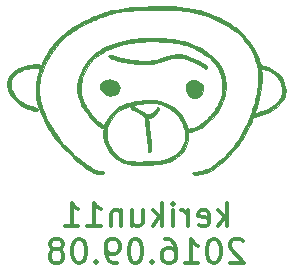
<source format=gbo>
G04 #@! TF.FileFunction,Legend,Bot*
%FSLAX46Y46*%
G04 Gerber Fmt 4.6, Leading zero omitted, Abs format (unit mm)*
G04 Created by KiCad (PCBNEW 4.0.1-stable) date 2016/09/09 20:04:21*
%MOMM*%
G01*
G04 APERTURE LIST*
%ADD10C,0.100000*%
%ADD11C,0.300000*%
%ADD12C,0.010000*%
G04 APERTURE END LIST*
D10*
D11*
X149809525Y-117404762D02*
X149809525Y-115404762D01*
X149619048Y-116642857D02*
X149047620Y-117404762D01*
X149047620Y-116071429D02*
X149809525Y-116833333D01*
X147428572Y-117309524D02*
X147619048Y-117404762D01*
X148000000Y-117404762D01*
X148190477Y-117309524D01*
X148285715Y-117119048D01*
X148285715Y-116357143D01*
X148190477Y-116166667D01*
X148000000Y-116071429D01*
X147619048Y-116071429D01*
X147428572Y-116166667D01*
X147333334Y-116357143D01*
X147333334Y-116547619D01*
X148285715Y-116738095D01*
X146476191Y-117404762D02*
X146476191Y-116071429D01*
X146476191Y-116452381D02*
X146380952Y-116261905D01*
X146285714Y-116166667D01*
X146095238Y-116071429D01*
X145904762Y-116071429D01*
X145238096Y-117404762D02*
X145238096Y-116071429D01*
X145238096Y-115404762D02*
X145333334Y-115500000D01*
X145238096Y-115595238D01*
X145142857Y-115500000D01*
X145238096Y-115404762D01*
X145238096Y-115595238D01*
X144285715Y-117404762D02*
X144285715Y-115404762D01*
X144095238Y-116642857D02*
X143523810Y-117404762D01*
X143523810Y-116071429D02*
X144285715Y-116833333D01*
X141809524Y-116071429D02*
X141809524Y-117404762D01*
X142666667Y-116071429D02*
X142666667Y-117119048D01*
X142571428Y-117309524D01*
X142380952Y-117404762D01*
X142095238Y-117404762D01*
X141904762Y-117309524D01*
X141809524Y-117214286D01*
X140857143Y-116071429D02*
X140857143Y-117404762D01*
X140857143Y-116261905D02*
X140761904Y-116166667D01*
X140571428Y-116071429D01*
X140285714Y-116071429D01*
X140095238Y-116166667D01*
X140000000Y-116357143D01*
X140000000Y-117404762D01*
X137999999Y-117404762D02*
X139142857Y-117404762D01*
X138571428Y-117404762D02*
X138571428Y-115404762D01*
X138761904Y-115690476D01*
X138952380Y-115880952D01*
X139142857Y-115976190D01*
X136095237Y-117404762D02*
X137238095Y-117404762D01*
X136666666Y-117404762D02*
X136666666Y-115404762D01*
X136857142Y-115690476D01*
X137047618Y-115880952D01*
X137238095Y-115976190D01*
X151190477Y-118695238D02*
X151095239Y-118600000D01*
X150904762Y-118504762D01*
X150428572Y-118504762D01*
X150238096Y-118600000D01*
X150142858Y-118695238D01*
X150047619Y-118885714D01*
X150047619Y-119076190D01*
X150142858Y-119361905D01*
X151285715Y-120504762D01*
X150047619Y-120504762D01*
X148809524Y-118504762D02*
X148619048Y-118504762D01*
X148428572Y-118600000D01*
X148333334Y-118695238D01*
X148238096Y-118885714D01*
X148142857Y-119266667D01*
X148142857Y-119742857D01*
X148238096Y-120123810D01*
X148333334Y-120314286D01*
X148428572Y-120409524D01*
X148619048Y-120504762D01*
X148809524Y-120504762D01*
X149000000Y-120409524D01*
X149095238Y-120314286D01*
X149190477Y-120123810D01*
X149285715Y-119742857D01*
X149285715Y-119266667D01*
X149190477Y-118885714D01*
X149095238Y-118695238D01*
X149000000Y-118600000D01*
X148809524Y-118504762D01*
X146238095Y-120504762D02*
X147380953Y-120504762D01*
X146809524Y-120504762D02*
X146809524Y-118504762D01*
X147000000Y-118790476D01*
X147190476Y-118980952D01*
X147380953Y-119076190D01*
X144523810Y-118504762D02*
X144904762Y-118504762D01*
X145095238Y-118600000D01*
X145190476Y-118695238D01*
X145380953Y-118980952D01*
X145476191Y-119361905D01*
X145476191Y-120123810D01*
X145380953Y-120314286D01*
X145285714Y-120409524D01*
X145095238Y-120504762D01*
X144714286Y-120504762D01*
X144523810Y-120409524D01*
X144428572Y-120314286D01*
X144333333Y-120123810D01*
X144333333Y-119647619D01*
X144428572Y-119457143D01*
X144523810Y-119361905D01*
X144714286Y-119266667D01*
X145095238Y-119266667D01*
X145285714Y-119361905D01*
X145380953Y-119457143D01*
X145476191Y-119647619D01*
X143476191Y-120314286D02*
X143380952Y-120409524D01*
X143476191Y-120504762D01*
X143571429Y-120409524D01*
X143476191Y-120314286D01*
X143476191Y-120504762D01*
X142142857Y-118504762D02*
X141952381Y-118504762D01*
X141761905Y-118600000D01*
X141666667Y-118695238D01*
X141571429Y-118885714D01*
X141476190Y-119266667D01*
X141476190Y-119742857D01*
X141571429Y-120123810D01*
X141666667Y-120314286D01*
X141761905Y-120409524D01*
X141952381Y-120504762D01*
X142142857Y-120504762D01*
X142333333Y-120409524D01*
X142428571Y-120314286D01*
X142523810Y-120123810D01*
X142619048Y-119742857D01*
X142619048Y-119266667D01*
X142523810Y-118885714D01*
X142428571Y-118695238D01*
X142333333Y-118600000D01*
X142142857Y-118504762D01*
X140523809Y-120504762D02*
X140142857Y-120504762D01*
X139952381Y-120409524D01*
X139857143Y-120314286D01*
X139666667Y-120028571D01*
X139571428Y-119647619D01*
X139571428Y-118885714D01*
X139666667Y-118695238D01*
X139761905Y-118600000D01*
X139952381Y-118504762D01*
X140333333Y-118504762D01*
X140523809Y-118600000D01*
X140619048Y-118695238D01*
X140714286Y-118885714D01*
X140714286Y-119361905D01*
X140619048Y-119552381D01*
X140523809Y-119647619D01*
X140333333Y-119742857D01*
X139952381Y-119742857D01*
X139761905Y-119647619D01*
X139666667Y-119552381D01*
X139571428Y-119361905D01*
X138714286Y-120314286D02*
X138619047Y-120409524D01*
X138714286Y-120504762D01*
X138809524Y-120409524D01*
X138714286Y-120314286D01*
X138714286Y-120504762D01*
X137380952Y-118504762D02*
X137190476Y-118504762D01*
X137000000Y-118600000D01*
X136904762Y-118695238D01*
X136809524Y-118885714D01*
X136714285Y-119266667D01*
X136714285Y-119742857D01*
X136809524Y-120123810D01*
X136904762Y-120314286D01*
X137000000Y-120409524D01*
X137190476Y-120504762D01*
X137380952Y-120504762D01*
X137571428Y-120409524D01*
X137666666Y-120314286D01*
X137761905Y-120123810D01*
X137857143Y-119742857D01*
X137857143Y-119266667D01*
X137761905Y-118885714D01*
X137666666Y-118695238D01*
X137571428Y-118600000D01*
X137380952Y-118504762D01*
X135571428Y-119361905D02*
X135761904Y-119266667D01*
X135857143Y-119171429D01*
X135952381Y-118980952D01*
X135952381Y-118885714D01*
X135857143Y-118695238D01*
X135761904Y-118600000D01*
X135571428Y-118504762D01*
X135190476Y-118504762D01*
X135000000Y-118600000D01*
X134904762Y-118695238D01*
X134809523Y-118885714D01*
X134809523Y-118980952D01*
X134904762Y-119171429D01*
X135000000Y-119266667D01*
X135190476Y-119361905D01*
X135571428Y-119361905D01*
X135761904Y-119457143D01*
X135857143Y-119552381D01*
X135952381Y-119742857D01*
X135952381Y-120123810D01*
X135857143Y-120314286D01*
X135761904Y-120409524D01*
X135571428Y-120504762D01*
X135190476Y-120504762D01*
X135000000Y-120409524D01*
X134904762Y-120314286D01*
X134809523Y-120123810D01*
X134809523Y-119742857D01*
X134904762Y-119552381D01*
X135000000Y-119457143D01*
X135190476Y-119361905D01*
D12*
G36*
X144024837Y-98784876D02*
X143359955Y-98797601D01*
X142755812Y-98818034D01*
X142205774Y-98846935D01*
X141703204Y-98885060D01*
X141241467Y-98933168D01*
X140813926Y-98992017D01*
X140413947Y-99062364D01*
X140034893Y-99144968D01*
X139670129Y-99240586D01*
X139444001Y-99308060D01*
X139282560Y-99360776D01*
X139124165Y-99416423D01*
X138994231Y-99465932D01*
X138952934Y-99483298D01*
X138856566Y-99524920D01*
X138715670Y-99584571D01*
X138548401Y-99654614D01*
X138372913Y-99727413D01*
X138354637Y-99734952D01*
X138123507Y-99836574D01*
X137851812Y-99966461D01*
X137555917Y-100116179D01*
X137252190Y-100277296D01*
X136956994Y-100441377D01*
X136751600Y-100560979D01*
X136620615Y-100646614D01*
X136454926Y-100766089D01*
X136269330Y-100907600D01*
X136078626Y-101059344D01*
X135897611Y-101209521D01*
X135741082Y-101346326D01*
X135623836Y-101457957D01*
X135613316Y-101468883D01*
X135437059Y-101659020D01*
X135272463Y-101847704D01*
X135111662Y-102045213D01*
X134946791Y-102261825D01*
X134769985Y-102507819D01*
X134573377Y-102793472D01*
X134389540Y-103068016D01*
X134343696Y-103153799D01*
X134294963Y-103269551D01*
X134274790Y-103326466D01*
X134223683Y-103464049D01*
X134160757Y-103610317D01*
X134136910Y-103660029D01*
X134088028Y-103752069D01*
X134055916Y-103791279D01*
X134029834Y-103786728D01*
X134011811Y-103765670D01*
X133937883Y-103717207D01*
X133810159Y-103690503D01*
X133638458Y-103684062D01*
X133432601Y-103696392D01*
X133202409Y-103725998D01*
X132957701Y-103771385D01*
X132708299Y-103831061D01*
X132464023Y-103903530D01*
X132234692Y-103987299D01*
X132068969Y-104061259D01*
X131915297Y-104157374D01*
X131748287Y-104295086D01*
X131586522Y-104456253D01*
X131448587Y-104622732D01*
X131370138Y-104743438D01*
X131248861Y-105015040D01*
X131191436Y-105281006D01*
X131196416Y-105553689D01*
X131247018Y-105794365D01*
X131293159Y-105943797D01*
X131341988Y-106067448D01*
X131402804Y-106180824D01*
X131484907Y-106299428D01*
X131597599Y-106438766D01*
X131714752Y-106574136D01*
X131911903Y-106783393D01*
X132107654Y-106956180D01*
X132324352Y-107113458D01*
X132500076Y-107228322D01*
X132649283Y-107317473D01*
X132791313Y-107390141D01*
X132945502Y-107455556D01*
X133131188Y-107522950D01*
X133301868Y-107580055D01*
X133460263Y-107630342D01*
X133569608Y-107659626D01*
X133644422Y-107670292D01*
X133699224Y-107664725D01*
X133735890Y-107651347D01*
X133802364Y-107604732D01*
X133817461Y-107535829D01*
X133815889Y-107518258D01*
X133793063Y-107449597D01*
X133731878Y-107409524D01*
X133686667Y-107395757D01*
X133269364Y-107272886D01*
X132908980Y-107133515D01*
X132595615Y-106972228D01*
X132319370Y-106783609D01*
X132070342Y-106562243D01*
X131970211Y-106456795D01*
X131795355Y-106254770D01*
X131666755Y-106080683D01*
X131577932Y-105919966D01*
X131522408Y-105758050D01*
X131493703Y-105580366D01*
X131485338Y-105372347D01*
X131485334Y-105366478D01*
X131489827Y-105218630D01*
X131508365Y-105105983D01*
X131548539Y-104996313D01*
X131594808Y-104901714D01*
X131702415Y-104734254D01*
X131845173Y-104569038D01*
X132003708Y-104425665D01*
X132158647Y-104323738D01*
X132173097Y-104316627D01*
X132367925Y-104227417D01*
X132519970Y-104165983D01*
X132645057Y-104126146D01*
X132687600Y-104115659D01*
X132956155Y-104058434D01*
X133179304Y-104020001D01*
X133375896Y-103997726D01*
X133564781Y-103988971D01*
X133595760Y-103988648D01*
X133737985Y-103984257D01*
X133859232Y-103974086D01*
X133939786Y-103960025D01*
X133955355Y-103954201D01*
X133976998Y-103950788D01*
X133981856Y-103977452D01*
X133968150Y-104042277D01*
X133934101Y-104153344D01*
X133877929Y-104318739D01*
X133870296Y-104340675D01*
X133720388Y-104861070D01*
X133635348Y-105379233D01*
X133615130Y-105900167D01*
X133659688Y-106428876D01*
X133768976Y-106970364D01*
X133843742Y-107234109D01*
X133978337Y-107634565D01*
X134131838Y-108019946D01*
X134310927Y-108404106D01*
X134522288Y-108800899D01*
X134772603Y-109224177D01*
X134907644Y-109439400D01*
X135108320Y-109747003D01*
X135294669Y-110015168D01*
X135478550Y-110258418D01*
X135671822Y-110491277D01*
X135886342Y-110728266D01*
X136133970Y-110983911D01*
X136317929Y-111166599D01*
X136670295Y-111506430D01*
X136988103Y-111799012D01*
X137278799Y-112050233D01*
X137549831Y-112265978D01*
X137808649Y-112452133D01*
X138062700Y-112614584D01*
X138319432Y-112759218D01*
X138360267Y-112780587D01*
X138594281Y-112890079D01*
X138809793Y-112968307D01*
X139000124Y-113014630D01*
X139158593Y-113028411D01*
X139278518Y-113009012D01*
X139353221Y-112955794D01*
X139376267Y-112877673D01*
X139369489Y-112819977D01*
X139340902Y-112781224D01*
X139278130Y-112755483D01*
X139168795Y-112736823D01*
X139057026Y-112724710D01*
X138880253Y-112695083D01*
X138697583Y-112637741D01*
X138498557Y-112547910D01*
X138272716Y-112420816D01*
X138009601Y-112251685D01*
X137986322Y-112235989D01*
X137764927Y-112081526D01*
X137554228Y-111923639D01*
X137343674Y-111753397D01*
X137122718Y-111561870D01*
X136880808Y-111340128D01*
X136607397Y-111079239D01*
X136523049Y-110997266D01*
X136230354Y-110702026D01*
X135963813Y-110410637D01*
X135714584Y-110111530D01*
X135473825Y-109793137D01*
X135232693Y-109443889D01*
X134982347Y-109052216D01*
X134775853Y-108711266D01*
X134650592Y-108482269D01*
X134520029Y-108211490D01*
X134389999Y-107913978D01*
X134266342Y-107604781D01*
X134154894Y-107298949D01*
X134061495Y-107011530D01*
X133991982Y-106757574D01*
X133961310Y-106611533D01*
X133898479Y-106076276D01*
X133896411Y-105549303D01*
X133955038Y-105040659D01*
X133972449Y-104949776D01*
X134008975Y-104805171D01*
X134067745Y-104613154D01*
X134143577Y-104388246D01*
X134231288Y-104144968D01*
X134325696Y-103897842D01*
X134421620Y-103661387D01*
X134483619Y-103517376D01*
X134638514Y-103211394D01*
X134839961Y-102881170D01*
X135077816Y-102539521D01*
X135341936Y-102199266D01*
X135622178Y-101873225D01*
X135908400Y-101574215D01*
X136190458Y-101315055D01*
X136292717Y-101231054D01*
X136440095Y-101115273D01*
X136576619Y-101009852D01*
X136689726Y-100924362D01*
X136766851Y-100868378D01*
X136782747Y-100857700D01*
X136918341Y-100775523D01*
X137098217Y-100673388D01*
X137309114Y-100558177D01*
X137537774Y-100436773D01*
X137770939Y-100316061D01*
X137995349Y-100202923D01*
X138197746Y-100104244D01*
X138364871Y-100026906D01*
X138461867Y-99985961D01*
X138624033Y-99921038D01*
X138779640Y-99855977D01*
X138907678Y-99799702D01*
X138969867Y-99770207D01*
X139084006Y-99720747D01*
X139248734Y-99660101D01*
X139448832Y-99593102D01*
X139669078Y-99524585D01*
X139894251Y-99459384D01*
X140109130Y-99402334D01*
X140191145Y-99382321D01*
X140593716Y-99300842D01*
X141060559Y-99231335D01*
X141589243Y-99173990D01*
X142177338Y-99129000D01*
X142822415Y-99096553D01*
X143522044Y-99076841D01*
X144168400Y-99070211D01*
X145489200Y-99066704D01*
X146405009Y-99204659D01*
X146843658Y-99275813D01*
X147225355Y-99349442D01*
X147560879Y-99428516D01*
X147861009Y-99516003D01*
X148136525Y-99614876D01*
X148398205Y-99728103D01*
X148520267Y-99787519D01*
X148687212Y-99869247D01*
X148870226Y-99955260D01*
X149035032Y-100029517D01*
X149065516Y-100042714D01*
X149229545Y-100119247D01*
X149408198Y-100212133D01*
X149556582Y-100297550D01*
X149693140Y-100381725D01*
X149859666Y-100483953D01*
X150028247Y-100587109D01*
X150095067Y-100627883D01*
X150331962Y-100777726D01*
X150529458Y-100917223D01*
X150705627Y-101061566D01*
X150878540Y-101225951D01*
X151066268Y-101425570D01*
X151134866Y-101502122D01*
X151378805Y-101787517D01*
X151583205Y-102053504D01*
X151758206Y-102316847D01*
X151913947Y-102594309D01*
X152060570Y-102902652D01*
X152208214Y-103258639D01*
X152227910Y-103309029D01*
X152303229Y-103507006D01*
X152354175Y-103652372D01*
X152383403Y-103754620D01*
X152393567Y-103823247D01*
X152387321Y-103867746D01*
X152385395Y-103872358D01*
X152372729Y-103953949D01*
X152403449Y-104018235D01*
X152434120Y-104099507D01*
X152456798Y-104237160D01*
X152471398Y-104420307D01*
X152477830Y-104638058D01*
X152476008Y-104879524D01*
X152465844Y-105133817D01*
X152447251Y-105390047D01*
X152420141Y-105637326D01*
X152416669Y-105663266D01*
X152387792Y-105861486D01*
X152357186Y-106048898D01*
X152327710Y-106209428D01*
X152302227Y-106327001D01*
X152291699Y-106365216D01*
X152256673Y-106495566D01*
X152224904Y-106647272D01*
X152212845Y-106720816D01*
X152190185Y-106829140D01*
X152148872Y-106980766D01*
X152094719Y-107155834D01*
X152033542Y-107334488D01*
X152031669Y-107339666D01*
X151962589Y-107533700D01*
X151891389Y-107739279D01*
X151826964Y-107930429D01*
X151782563Y-108067262D01*
X151736129Y-108195463D01*
X151664960Y-108367838D01*
X151576003Y-108568693D01*
X151476202Y-108782335D01*
X151374944Y-108988248D01*
X151170233Y-109382763D01*
X150979504Y-109726321D01*
X150794203Y-110031842D01*
X150605778Y-110312246D01*
X150405676Y-110580449D01*
X150185343Y-110849372D01*
X150009710Y-111050319D01*
X149737937Y-111342511D01*
X149471972Y-111601357D01*
X149192598Y-111844002D01*
X148880599Y-112087591D01*
X148695243Y-112223079D01*
X148516929Y-112347686D01*
X148358361Y-112448658D01*
X148207718Y-112530200D01*
X148053178Y-112596519D01*
X147882917Y-112651820D01*
X147685113Y-112700309D01*
X147447944Y-112746192D01*
X147159587Y-112793673D01*
X147039012Y-112812267D01*
X146936970Y-112848087D01*
X146886836Y-112909273D01*
X146894687Y-112984019D01*
X146927758Y-113028490D01*
X146996764Y-113070607D01*
X147086622Y-113095722D01*
X147167508Y-113097899D01*
X147202289Y-113083128D01*
X147239292Y-113071896D01*
X147329110Y-113051877D01*
X147457846Y-113026004D01*
X147596247Y-113000000D01*
X147964607Y-112916309D01*
X148273040Y-112809928D01*
X148526002Y-112679203D01*
X148604934Y-112625434D01*
X148879828Y-112422429D01*
X149108400Y-112250186D01*
X149299994Y-112100884D01*
X149463959Y-111966701D01*
X149609640Y-111839815D01*
X149746383Y-111712404D01*
X149883534Y-111576646D01*
X149993660Y-111463215D01*
X150269756Y-111166229D01*
X150512579Y-110883597D01*
X150731564Y-110601870D01*
X150936150Y-110307600D01*
X151135773Y-109987338D01*
X151339870Y-109627635D01*
X151520722Y-109287000D01*
X151628670Y-109075850D01*
X151733317Y-108865798D01*
X151827778Y-108671064D01*
X151905167Y-108505871D01*
X151958598Y-108384442D01*
X151963430Y-108372600D01*
X152028135Y-108226062D01*
X152079709Y-108139574D01*
X152116474Y-108115946D01*
X152116723Y-108116024D01*
X152241547Y-108125805D01*
X152394034Y-108089276D01*
X152487819Y-108048238D01*
X152593287Y-108003814D01*
X152735630Y-107955885D01*
X152885320Y-107914326D01*
X152895689Y-107911820D01*
X153209337Y-107809994D01*
X153522668Y-107658669D01*
X153823603Y-107467109D01*
X154100064Y-107244580D01*
X154339974Y-107000344D01*
X154531254Y-106743667D01*
X154615001Y-106593062D01*
X154715155Y-106347794D01*
X154765911Y-106116449D01*
X154768903Y-105977868D01*
X154486181Y-105977868D01*
X154455496Y-106249793D01*
X154383765Y-106468343D01*
X154251278Y-106689985D01*
X154063647Y-106910259D01*
X153833010Y-107119962D01*
X153571501Y-107309891D01*
X153291256Y-107470843D01*
X153004410Y-107593615D01*
X152830922Y-107645939D01*
X152683993Y-107685528D01*
X152550817Y-107726617D01*
X152453620Y-107762176D01*
X152432086Y-107772080D01*
X152319277Y-107822415D01*
X152224003Y-107851537D01*
X152163110Y-107855026D01*
X152150874Y-107845907D01*
X152156366Y-107803397D01*
X152180728Y-107717497D01*
X152213027Y-107622753D01*
X152260967Y-107490830D01*
X152319940Y-107328267D01*
X152377956Y-107168124D01*
X152383285Y-107153400D01*
X152429248Y-107014857D01*
X152463949Y-106888351D01*
X152481395Y-106796422D01*
X152482366Y-106780866D01*
X152493015Y-106687386D01*
X152518794Y-106567235D01*
X152534281Y-106511530D01*
X152560432Y-106417464D01*
X152585243Y-106309233D01*
X152610381Y-106177034D01*
X152637512Y-106011064D01*
X152668302Y-105801521D01*
X152704419Y-105538602D01*
X152721573Y-105409935D01*
X152748265Y-105195074D01*
X152764054Y-105024509D01*
X152769652Y-104875807D01*
X152765774Y-104726535D01*
X152753133Y-104554260D01*
X152749928Y-104518492D01*
X152737259Y-104360712D01*
X152729910Y-104228636D01*
X152728436Y-104136214D01*
X152733276Y-104097502D01*
X152775933Y-104093440D01*
X152865354Y-104105236D01*
X152983483Y-104129084D01*
X153112266Y-104161182D01*
X153233651Y-104197725D01*
X153270719Y-104210740D01*
X153545951Y-104344780D01*
X153805041Y-104532770D01*
X154036019Y-104762249D01*
X154226915Y-105020756D01*
X154365757Y-105295830D01*
X154396343Y-105382475D01*
X154466513Y-105684540D01*
X154486181Y-105977868D01*
X154768903Y-105977868D01*
X154771166Y-105873108D01*
X154750970Y-105689097D01*
X154666484Y-105328433D01*
X154527130Y-104989555D01*
X154358458Y-104714241D01*
X154189464Y-104518745D01*
X153979065Y-104330225D01*
X153742822Y-104158892D01*
X153496297Y-104014960D01*
X153255049Y-103908640D01*
X153044063Y-103851634D01*
X152920161Y-103831688D01*
X152828706Y-103812372D01*
X152760863Y-103784141D01*
X152707802Y-103737450D01*
X152660687Y-103662756D01*
X152610688Y-103550513D01*
X152548970Y-103391178D01*
X152501086Y-103264921D01*
X152346940Y-102880699D01*
X152194800Y-102547929D01*
X152035736Y-102251217D01*
X151860819Y-101975172D01*
X151661120Y-101704398D01*
X151443315Y-101441488D01*
X151150999Y-101119896D01*
X150884251Y-100860160D01*
X150642427Y-100661677D01*
X150530128Y-100584880D01*
X150421818Y-100516303D01*
X150275918Y-100423909D01*
X150112056Y-100320130D01*
X149959600Y-100223565D01*
X149801256Y-100125417D01*
X149646138Y-100033019D01*
X149512138Y-99956808D01*
X149417734Y-99907496D01*
X149043237Y-99731321D01*
X148719512Y-99582117D01*
X148436657Y-99456743D01*
X148184770Y-99352059D01*
X147953950Y-99264926D01*
X147734296Y-99192202D01*
X147515905Y-99130749D01*
X147288878Y-99077427D01*
X147043311Y-99029094D01*
X146769304Y-98982613D01*
X146456956Y-98934842D01*
X146260037Y-98906130D01*
X145303674Y-98768149D01*
X144024837Y-98784876D01*
X144024837Y-98784876D01*
G37*
X144024837Y-98784876D02*
X143359955Y-98797601D01*
X142755812Y-98818034D01*
X142205774Y-98846935D01*
X141703204Y-98885060D01*
X141241467Y-98933168D01*
X140813926Y-98992017D01*
X140413947Y-99062364D01*
X140034893Y-99144968D01*
X139670129Y-99240586D01*
X139444001Y-99308060D01*
X139282560Y-99360776D01*
X139124165Y-99416423D01*
X138994231Y-99465932D01*
X138952934Y-99483298D01*
X138856566Y-99524920D01*
X138715670Y-99584571D01*
X138548401Y-99654614D01*
X138372913Y-99727413D01*
X138354637Y-99734952D01*
X138123507Y-99836574D01*
X137851812Y-99966461D01*
X137555917Y-100116179D01*
X137252190Y-100277296D01*
X136956994Y-100441377D01*
X136751600Y-100560979D01*
X136620615Y-100646614D01*
X136454926Y-100766089D01*
X136269330Y-100907600D01*
X136078626Y-101059344D01*
X135897611Y-101209521D01*
X135741082Y-101346326D01*
X135623836Y-101457957D01*
X135613316Y-101468883D01*
X135437059Y-101659020D01*
X135272463Y-101847704D01*
X135111662Y-102045213D01*
X134946791Y-102261825D01*
X134769985Y-102507819D01*
X134573377Y-102793472D01*
X134389540Y-103068016D01*
X134343696Y-103153799D01*
X134294963Y-103269551D01*
X134274790Y-103326466D01*
X134223683Y-103464049D01*
X134160757Y-103610317D01*
X134136910Y-103660029D01*
X134088028Y-103752069D01*
X134055916Y-103791279D01*
X134029834Y-103786728D01*
X134011811Y-103765670D01*
X133937883Y-103717207D01*
X133810159Y-103690503D01*
X133638458Y-103684062D01*
X133432601Y-103696392D01*
X133202409Y-103725998D01*
X132957701Y-103771385D01*
X132708299Y-103831061D01*
X132464023Y-103903530D01*
X132234692Y-103987299D01*
X132068969Y-104061259D01*
X131915297Y-104157374D01*
X131748287Y-104295086D01*
X131586522Y-104456253D01*
X131448587Y-104622732D01*
X131370138Y-104743438D01*
X131248861Y-105015040D01*
X131191436Y-105281006D01*
X131196416Y-105553689D01*
X131247018Y-105794365D01*
X131293159Y-105943797D01*
X131341988Y-106067448D01*
X131402804Y-106180824D01*
X131484907Y-106299428D01*
X131597599Y-106438766D01*
X131714752Y-106574136D01*
X131911903Y-106783393D01*
X132107654Y-106956180D01*
X132324352Y-107113458D01*
X132500076Y-107228322D01*
X132649283Y-107317473D01*
X132791313Y-107390141D01*
X132945502Y-107455556D01*
X133131188Y-107522950D01*
X133301868Y-107580055D01*
X133460263Y-107630342D01*
X133569608Y-107659626D01*
X133644422Y-107670292D01*
X133699224Y-107664725D01*
X133735890Y-107651347D01*
X133802364Y-107604732D01*
X133817461Y-107535829D01*
X133815889Y-107518258D01*
X133793063Y-107449597D01*
X133731878Y-107409524D01*
X133686667Y-107395757D01*
X133269364Y-107272886D01*
X132908980Y-107133515D01*
X132595615Y-106972228D01*
X132319370Y-106783609D01*
X132070342Y-106562243D01*
X131970211Y-106456795D01*
X131795355Y-106254770D01*
X131666755Y-106080683D01*
X131577932Y-105919966D01*
X131522408Y-105758050D01*
X131493703Y-105580366D01*
X131485338Y-105372347D01*
X131485334Y-105366478D01*
X131489827Y-105218630D01*
X131508365Y-105105983D01*
X131548539Y-104996313D01*
X131594808Y-104901714D01*
X131702415Y-104734254D01*
X131845173Y-104569038D01*
X132003708Y-104425665D01*
X132158647Y-104323738D01*
X132173097Y-104316627D01*
X132367925Y-104227417D01*
X132519970Y-104165983D01*
X132645057Y-104126146D01*
X132687600Y-104115659D01*
X132956155Y-104058434D01*
X133179304Y-104020001D01*
X133375896Y-103997726D01*
X133564781Y-103988971D01*
X133595760Y-103988648D01*
X133737985Y-103984257D01*
X133859232Y-103974086D01*
X133939786Y-103960025D01*
X133955355Y-103954201D01*
X133976998Y-103950788D01*
X133981856Y-103977452D01*
X133968150Y-104042277D01*
X133934101Y-104153344D01*
X133877929Y-104318739D01*
X133870296Y-104340675D01*
X133720388Y-104861070D01*
X133635348Y-105379233D01*
X133615130Y-105900167D01*
X133659688Y-106428876D01*
X133768976Y-106970364D01*
X133843742Y-107234109D01*
X133978337Y-107634565D01*
X134131838Y-108019946D01*
X134310927Y-108404106D01*
X134522288Y-108800899D01*
X134772603Y-109224177D01*
X134907644Y-109439400D01*
X135108320Y-109747003D01*
X135294669Y-110015168D01*
X135478550Y-110258418D01*
X135671822Y-110491277D01*
X135886342Y-110728266D01*
X136133970Y-110983911D01*
X136317929Y-111166599D01*
X136670295Y-111506430D01*
X136988103Y-111799012D01*
X137278799Y-112050233D01*
X137549831Y-112265978D01*
X137808649Y-112452133D01*
X138062700Y-112614584D01*
X138319432Y-112759218D01*
X138360267Y-112780587D01*
X138594281Y-112890079D01*
X138809793Y-112968307D01*
X139000124Y-113014630D01*
X139158593Y-113028411D01*
X139278518Y-113009012D01*
X139353221Y-112955794D01*
X139376267Y-112877673D01*
X139369489Y-112819977D01*
X139340902Y-112781224D01*
X139278130Y-112755483D01*
X139168795Y-112736823D01*
X139057026Y-112724710D01*
X138880253Y-112695083D01*
X138697583Y-112637741D01*
X138498557Y-112547910D01*
X138272716Y-112420816D01*
X138009601Y-112251685D01*
X137986322Y-112235989D01*
X137764927Y-112081526D01*
X137554228Y-111923639D01*
X137343674Y-111753397D01*
X137122718Y-111561870D01*
X136880808Y-111340128D01*
X136607397Y-111079239D01*
X136523049Y-110997266D01*
X136230354Y-110702026D01*
X135963813Y-110410637D01*
X135714584Y-110111530D01*
X135473825Y-109793137D01*
X135232693Y-109443889D01*
X134982347Y-109052216D01*
X134775853Y-108711266D01*
X134650592Y-108482269D01*
X134520029Y-108211490D01*
X134389999Y-107913978D01*
X134266342Y-107604781D01*
X134154894Y-107298949D01*
X134061495Y-107011530D01*
X133991982Y-106757574D01*
X133961310Y-106611533D01*
X133898479Y-106076276D01*
X133896411Y-105549303D01*
X133955038Y-105040659D01*
X133972449Y-104949776D01*
X134008975Y-104805171D01*
X134067745Y-104613154D01*
X134143577Y-104388246D01*
X134231288Y-104144968D01*
X134325696Y-103897842D01*
X134421620Y-103661387D01*
X134483619Y-103517376D01*
X134638514Y-103211394D01*
X134839961Y-102881170D01*
X135077816Y-102539521D01*
X135341936Y-102199266D01*
X135622178Y-101873225D01*
X135908400Y-101574215D01*
X136190458Y-101315055D01*
X136292717Y-101231054D01*
X136440095Y-101115273D01*
X136576619Y-101009852D01*
X136689726Y-100924362D01*
X136766851Y-100868378D01*
X136782747Y-100857700D01*
X136918341Y-100775523D01*
X137098217Y-100673388D01*
X137309114Y-100558177D01*
X137537774Y-100436773D01*
X137770939Y-100316061D01*
X137995349Y-100202923D01*
X138197746Y-100104244D01*
X138364871Y-100026906D01*
X138461867Y-99985961D01*
X138624033Y-99921038D01*
X138779640Y-99855977D01*
X138907678Y-99799702D01*
X138969867Y-99770207D01*
X139084006Y-99720747D01*
X139248734Y-99660101D01*
X139448832Y-99593102D01*
X139669078Y-99524585D01*
X139894251Y-99459384D01*
X140109130Y-99402334D01*
X140191145Y-99382321D01*
X140593716Y-99300842D01*
X141060559Y-99231335D01*
X141589243Y-99173990D01*
X142177338Y-99129000D01*
X142822415Y-99096553D01*
X143522044Y-99076841D01*
X144168400Y-99070211D01*
X145489200Y-99066704D01*
X146405009Y-99204659D01*
X146843658Y-99275813D01*
X147225355Y-99349442D01*
X147560879Y-99428516D01*
X147861009Y-99516003D01*
X148136525Y-99614876D01*
X148398205Y-99728103D01*
X148520267Y-99787519D01*
X148687212Y-99869247D01*
X148870226Y-99955260D01*
X149035032Y-100029517D01*
X149065516Y-100042714D01*
X149229545Y-100119247D01*
X149408198Y-100212133D01*
X149556582Y-100297550D01*
X149693140Y-100381725D01*
X149859666Y-100483953D01*
X150028247Y-100587109D01*
X150095067Y-100627883D01*
X150331962Y-100777726D01*
X150529458Y-100917223D01*
X150705627Y-101061566D01*
X150878540Y-101225951D01*
X151066268Y-101425570D01*
X151134866Y-101502122D01*
X151378805Y-101787517D01*
X151583205Y-102053504D01*
X151758206Y-102316847D01*
X151913947Y-102594309D01*
X152060570Y-102902652D01*
X152208214Y-103258639D01*
X152227910Y-103309029D01*
X152303229Y-103507006D01*
X152354175Y-103652372D01*
X152383403Y-103754620D01*
X152393567Y-103823247D01*
X152387321Y-103867746D01*
X152385395Y-103872358D01*
X152372729Y-103953949D01*
X152403449Y-104018235D01*
X152434120Y-104099507D01*
X152456798Y-104237160D01*
X152471398Y-104420307D01*
X152477830Y-104638058D01*
X152476008Y-104879524D01*
X152465844Y-105133817D01*
X152447251Y-105390047D01*
X152420141Y-105637326D01*
X152416669Y-105663266D01*
X152387792Y-105861486D01*
X152357186Y-106048898D01*
X152327710Y-106209428D01*
X152302227Y-106327001D01*
X152291699Y-106365216D01*
X152256673Y-106495566D01*
X152224904Y-106647272D01*
X152212845Y-106720816D01*
X152190185Y-106829140D01*
X152148872Y-106980766D01*
X152094719Y-107155834D01*
X152033542Y-107334488D01*
X152031669Y-107339666D01*
X151962589Y-107533700D01*
X151891389Y-107739279D01*
X151826964Y-107930429D01*
X151782563Y-108067262D01*
X151736129Y-108195463D01*
X151664960Y-108367838D01*
X151576003Y-108568693D01*
X151476202Y-108782335D01*
X151374944Y-108988248D01*
X151170233Y-109382763D01*
X150979504Y-109726321D01*
X150794203Y-110031842D01*
X150605778Y-110312246D01*
X150405676Y-110580449D01*
X150185343Y-110849372D01*
X150009710Y-111050319D01*
X149737937Y-111342511D01*
X149471972Y-111601357D01*
X149192598Y-111844002D01*
X148880599Y-112087591D01*
X148695243Y-112223079D01*
X148516929Y-112347686D01*
X148358361Y-112448658D01*
X148207718Y-112530200D01*
X148053178Y-112596519D01*
X147882917Y-112651820D01*
X147685113Y-112700309D01*
X147447944Y-112746192D01*
X147159587Y-112793673D01*
X147039012Y-112812267D01*
X146936970Y-112848087D01*
X146886836Y-112909273D01*
X146894687Y-112984019D01*
X146927758Y-113028490D01*
X146996764Y-113070607D01*
X147086622Y-113095722D01*
X147167508Y-113097899D01*
X147202289Y-113083128D01*
X147239292Y-113071896D01*
X147329110Y-113051877D01*
X147457846Y-113026004D01*
X147596247Y-113000000D01*
X147964607Y-112916309D01*
X148273040Y-112809928D01*
X148526002Y-112679203D01*
X148604934Y-112625434D01*
X148879828Y-112422429D01*
X149108400Y-112250186D01*
X149299994Y-112100884D01*
X149463959Y-111966701D01*
X149609640Y-111839815D01*
X149746383Y-111712404D01*
X149883534Y-111576646D01*
X149993660Y-111463215D01*
X150269756Y-111166229D01*
X150512579Y-110883597D01*
X150731564Y-110601870D01*
X150936150Y-110307600D01*
X151135773Y-109987338D01*
X151339870Y-109627635D01*
X151520722Y-109287000D01*
X151628670Y-109075850D01*
X151733317Y-108865798D01*
X151827778Y-108671064D01*
X151905167Y-108505871D01*
X151958598Y-108384442D01*
X151963430Y-108372600D01*
X152028135Y-108226062D01*
X152079709Y-108139574D01*
X152116474Y-108115946D01*
X152116723Y-108116024D01*
X152241547Y-108125805D01*
X152394034Y-108089276D01*
X152487819Y-108048238D01*
X152593287Y-108003814D01*
X152735630Y-107955885D01*
X152885320Y-107914326D01*
X152895689Y-107911820D01*
X153209337Y-107809994D01*
X153522668Y-107658669D01*
X153823603Y-107467109D01*
X154100064Y-107244580D01*
X154339974Y-107000344D01*
X154531254Y-106743667D01*
X154615001Y-106593062D01*
X154715155Y-106347794D01*
X154765911Y-106116449D01*
X154768903Y-105977868D01*
X154486181Y-105977868D01*
X154455496Y-106249793D01*
X154383765Y-106468343D01*
X154251278Y-106689985D01*
X154063647Y-106910259D01*
X153833010Y-107119962D01*
X153571501Y-107309891D01*
X153291256Y-107470843D01*
X153004410Y-107593615D01*
X152830922Y-107645939D01*
X152683993Y-107685528D01*
X152550817Y-107726617D01*
X152453620Y-107762176D01*
X152432086Y-107772080D01*
X152319277Y-107822415D01*
X152224003Y-107851537D01*
X152163110Y-107855026D01*
X152150874Y-107845907D01*
X152156366Y-107803397D01*
X152180728Y-107717497D01*
X152213027Y-107622753D01*
X152260967Y-107490830D01*
X152319940Y-107328267D01*
X152377956Y-107168124D01*
X152383285Y-107153400D01*
X152429248Y-107014857D01*
X152463949Y-106888351D01*
X152481395Y-106796422D01*
X152482366Y-106780866D01*
X152493015Y-106687386D01*
X152518794Y-106567235D01*
X152534281Y-106511530D01*
X152560432Y-106417464D01*
X152585243Y-106309233D01*
X152610381Y-106177034D01*
X152637512Y-106011064D01*
X152668302Y-105801521D01*
X152704419Y-105538602D01*
X152721573Y-105409935D01*
X152748265Y-105195074D01*
X152764054Y-105024509D01*
X152769652Y-104875807D01*
X152765774Y-104726535D01*
X152753133Y-104554260D01*
X152749928Y-104518492D01*
X152737259Y-104360712D01*
X152729910Y-104228636D01*
X152728436Y-104136214D01*
X152733276Y-104097502D01*
X152775933Y-104093440D01*
X152865354Y-104105236D01*
X152983483Y-104129084D01*
X153112266Y-104161182D01*
X153233651Y-104197725D01*
X153270719Y-104210740D01*
X153545951Y-104344780D01*
X153805041Y-104532770D01*
X154036019Y-104762249D01*
X154226915Y-105020756D01*
X154365757Y-105295830D01*
X154396343Y-105382475D01*
X154466513Y-105684540D01*
X154486181Y-105977868D01*
X154768903Y-105977868D01*
X154771166Y-105873108D01*
X154750970Y-105689097D01*
X154666484Y-105328433D01*
X154527130Y-104989555D01*
X154358458Y-104714241D01*
X154189464Y-104518745D01*
X153979065Y-104330225D01*
X153742822Y-104158892D01*
X153496297Y-104014960D01*
X153255049Y-103908640D01*
X153044063Y-103851634D01*
X152920161Y-103831688D01*
X152828706Y-103812372D01*
X152760863Y-103784141D01*
X152707802Y-103737450D01*
X152660687Y-103662756D01*
X152610688Y-103550513D01*
X152548970Y-103391178D01*
X152501086Y-103264921D01*
X152346940Y-102880699D01*
X152194800Y-102547929D01*
X152035736Y-102251217D01*
X151860819Y-101975172D01*
X151661120Y-101704398D01*
X151443315Y-101441488D01*
X151150999Y-101119896D01*
X150884251Y-100860160D01*
X150642427Y-100661677D01*
X150530128Y-100584880D01*
X150421818Y-100516303D01*
X150275918Y-100423909D01*
X150112056Y-100320130D01*
X149959600Y-100223565D01*
X149801256Y-100125417D01*
X149646138Y-100033019D01*
X149512138Y-99956808D01*
X149417734Y-99907496D01*
X149043237Y-99731321D01*
X148719512Y-99582117D01*
X148436657Y-99456743D01*
X148184770Y-99352059D01*
X147953950Y-99264926D01*
X147734296Y-99192202D01*
X147515905Y-99130749D01*
X147288878Y-99077427D01*
X147043311Y-99029094D01*
X146769304Y-98982613D01*
X146456956Y-98934842D01*
X146260037Y-98906130D01*
X145303674Y-98768149D01*
X144024837Y-98784876D01*
G36*
X142879613Y-101488295D02*
X142646900Y-101495050D01*
X142459759Y-101505572D01*
X142398642Y-101511043D01*
X142110373Y-101547249D01*
X141788289Y-101598465D01*
X141446978Y-101661516D01*
X141101028Y-101733229D01*
X140765027Y-101810426D01*
X140453561Y-101889935D01*
X140181219Y-101968580D01*
X139974642Y-102038611D01*
X139639004Y-102180876D01*
X139295823Y-102355186D01*
X138964468Y-102550271D01*
X138664307Y-102754856D01*
X138450857Y-102925447D01*
X138265705Y-103099461D01*
X138102486Y-103281902D01*
X137950773Y-103486858D01*
X137800137Y-103728416D01*
X137640150Y-104020665D01*
X137640115Y-104020733D01*
X137451534Y-104410219D01*
X137309939Y-104768949D01*
X137210934Y-105110297D01*
X137150121Y-105447640D01*
X137139187Y-105544733D01*
X137123176Y-105724257D01*
X137116966Y-105859676D01*
X137121527Y-105974043D01*
X137137832Y-106090409D01*
X137166851Y-106231825D01*
X137168439Y-106239000D01*
X137208566Y-106389675D01*
X137267096Y-106570647D01*
X137338103Y-106767102D01*
X137415659Y-106964228D01*
X137493837Y-107147212D01*
X137566710Y-107301241D01*
X137628350Y-107411503D01*
X137649518Y-107441266D01*
X137712709Y-107526262D01*
X137811252Y-107668218D01*
X137944758Y-107866562D01*
X138112835Y-108120719D01*
X138119582Y-108130988D01*
X138169414Y-108193984D01*
X138252642Y-108285833D01*
X138359006Y-108396534D01*
X138478243Y-108516084D01*
X138600094Y-108634483D01*
X138714296Y-108741727D01*
X138810588Y-108827815D01*
X138878710Y-108882744D01*
X138905991Y-108897533D01*
X138946633Y-108915124D01*
X139023537Y-108960502D01*
X139091126Y-109004517D01*
X139189209Y-109065357D01*
X139253301Y-109088240D01*
X139301277Y-109078773D01*
X139310684Y-109073383D01*
X139339428Y-109059541D01*
X139356037Y-109069720D01*
X139362295Y-109115136D01*
X139359988Y-109207008D01*
X139352305Y-109334971D01*
X139356795Y-109762107D01*
X139426416Y-110171382D01*
X139560708Y-110561821D01*
X139759207Y-110932449D01*
X140021451Y-111282293D01*
X140346978Y-111610378D01*
X140488940Y-111730570D01*
X140776595Y-111920647D01*
X141113450Y-112066584D01*
X141496421Y-112167300D01*
X141880055Y-112218553D01*
X142206412Y-112241759D01*
X142476138Y-112254753D01*
X142686801Y-112257515D01*
X142835971Y-112250029D01*
X142921217Y-112232275D01*
X142932023Y-112226395D01*
X142994917Y-112207335D01*
X143121349Y-112194390D01*
X143312761Y-112187455D01*
X143494705Y-112186129D01*
X143708618Y-112184799D01*
X143877293Y-112178571D01*
X144023183Y-112164970D01*
X144168742Y-112141520D01*
X144336420Y-112105745D01*
X144436167Y-112082321D01*
X144878910Y-111950500D01*
X145268133Y-111778553D01*
X145606118Y-111564737D01*
X145895151Y-111307313D01*
X146137516Y-111004542D01*
X146335497Y-110654681D01*
X146349429Y-110624733D01*
X146434431Y-110400124D01*
X146500028Y-110149346D01*
X146540630Y-109899313D01*
X146542918Y-109848514D01*
X146271591Y-109848514D01*
X146223057Y-110189418D01*
X146108597Y-110519143D01*
X145927506Y-110840299D01*
X145867279Y-110925630D01*
X145647133Y-111172124D01*
X145373084Y-111392169D01*
X145055987Y-111579177D01*
X144706695Y-111726560D01*
X144405467Y-111812862D01*
X144273231Y-111840978D01*
X144151118Y-111861286D01*
X144024103Y-111874907D01*
X143877163Y-111882958D01*
X143695274Y-111886559D01*
X143463411Y-111886828D01*
X143415176Y-111886609D01*
X143151674Y-111887197D01*
X142952164Y-111891949D01*
X142817721Y-111900815D01*
X142749423Y-111913742D01*
X142741165Y-111919490D01*
X142697846Y-111934808D01*
X142599548Y-111943270D01*
X142458609Y-111945511D01*
X142287369Y-111942166D01*
X142098167Y-111933873D01*
X141903340Y-111921266D01*
X141715228Y-111904982D01*
X141546170Y-111885655D01*
X141408504Y-111863923D01*
X141335458Y-111847059D01*
X141109443Y-111774659D01*
X140928019Y-111696833D01*
X140768319Y-111602097D01*
X140615112Y-111485328D01*
X140325664Y-111219961D01*
X140093231Y-110947864D01*
X139907475Y-110655127D01*
X139761396Y-110336451D01*
X139723966Y-110233387D01*
X139697385Y-110137761D01*
X139679264Y-110033196D01*
X139667218Y-109903314D01*
X139658859Y-109731737D01*
X139654691Y-109604354D01*
X139650541Y-109356684D01*
X139657649Y-109159226D01*
X139680607Y-108994788D01*
X139724008Y-108846177D01*
X139792444Y-108696201D01*
X139890507Y-108527667D01*
X139979182Y-108389533D01*
X140159933Y-108130278D01*
X140333242Y-107922253D01*
X140514206Y-107752811D01*
X140717921Y-107609309D01*
X140959481Y-107479100D01*
X141188134Y-107376842D01*
X141371039Y-107303048D01*
X141498435Y-107259310D01*
X141574965Y-107244541D01*
X141605270Y-107257658D01*
X141602657Y-107279909D01*
X141607317Y-107358287D01*
X141676528Y-107443333D01*
X141807748Y-107532450D01*
X141893335Y-107576543D01*
X142116732Y-107694124D01*
X142360355Y-107840573D01*
X142595360Y-107998068D01*
X142699949Y-108074880D01*
X142857097Y-108194580D01*
X142879974Y-108520656D01*
X142894015Y-108692116D01*
X142911535Y-108865457D01*
X142929446Y-109011088D01*
X142935219Y-109049933D01*
X142995298Y-109474515D01*
X143042426Y-109905837D01*
X143073980Y-110317267D01*
X143085234Y-110573211D01*
X143091839Y-110767419D01*
X143100068Y-110904714D01*
X143111397Y-110995917D01*
X143127301Y-111051850D01*
X143149254Y-111083331D01*
X143155470Y-111088365D01*
X143233133Y-111117475D01*
X143296716Y-111085081D01*
X143344641Y-110996250D01*
X143375327Y-110856046D01*
X143387194Y-110669538D01*
X143378663Y-110441790D01*
X143373987Y-110387666D01*
X143344604Y-110079521D01*
X143320426Y-109832712D01*
X143300761Y-109641096D01*
X143284914Y-109498533D01*
X143272193Y-109398882D01*
X143261905Y-109336001D01*
X143253358Y-109303750D01*
X143251182Y-109299372D01*
X143241680Y-109255966D01*
X143228650Y-109157704D01*
X143213522Y-109017281D01*
X143197730Y-108847392D01*
X143190619Y-108762616D01*
X143149684Y-108257618D01*
X143286509Y-108235129D01*
X143436520Y-108182274D01*
X143602370Y-108074387D01*
X143774094Y-107919065D01*
X143919437Y-107752631D01*
X144025312Y-107600433D01*
X144076806Y-107482151D01*
X144073681Y-107399375D01*
X144015696Y-107353696D01*
X143980677Y-107346560D01*
X143927249Y-107350843D01*
X143874211Y-107384419D01*
X143808389Y-107458092D01*
X143750678Y-107535121D01*
X143592057Y-107729028D01*
X143441102Y-107860018D01*
X143292758Y-107931699D01*
X143171644Y-107948767D01*
X143109349Y-107948068D01*
X143057415Y-107942942D01*
X143005200Y-107928160D01*
X142942065Y-107898490D01*
X142857370Y-107848702D01*
X142740473Y-107773566D01*
X142580735Y-107667851D01*
X142525545Y-107631171D01*
X142370470Y-107531207D01*
X142216307Y-107437150D01*
X142082056Y-107360299D01*
X141995127Y-107315718D01*
X141895451Y-107267014D01*
X141823545Y-107226155D01*
X141799464Y-107206999D01*
X141819819Y-107184618D01*
X141899806Y-107157511D01*
X142031609Y-107127162D01*
X142207412Y-107095056D01*
X142419398Y-107062678D01*
X142659751Y-107031510D01*
X142817447Y-107013675D01*
X143040421Y-106991262D01*
X143214534Y-106978030D01*
X143357990Y-106973648D01*
X143488990Y-106977782D01*
X143625735Y-106990099D01*
X143689984Y-106997723D01*
X144136951Y-107086533D01*
X144559194Y-107238200D01*
X144954976Y-107451865D01*
X145322561Y-107726674D01*
X145498776Y-107890257D01*
X145648821Y-108047034D01*
X145763247Y-108187616D01*
X145860399Y-108336740D01*
X145944354Y-108491133D01*
X146053006Y-108716332D01*
X146132211Y-108917855D01*
X146190014Y-109121680D01*
X146234462Y-109353784D01*
X146254906Y-109493821D01*
X146271591Y-109848514D01*
X146542918Y-109848514D01*
X146550647Y-109676940D01*
X146549876Y-109659533D01*
X146539067Y-109456333D01*
X146759200Y-109402766D01*
X146941281Y-109348888D01*
X147152599Y-109271320D01*
X147373482Y-109178702D01*
X147584257Y-109079673D01*
X147765250Y-108982873D01*
X147876234Y-108912232D01*
X148028059Y-108790269D01*
X148206757Y-108625742D01*
X148400246Y-108431500D01*
X148596444Y-108220390D01*
X148783269Y-108005261D01*
X148948641Y-107798959D01*
X149038470Y-107676304D01*
X149145528Y-107503755D01*
X149263712Y-107279398D01*
X149386460Y-107016806D01*
X149507211Y-106729554D01*
X149553199Y-106611533D01*
X149595220Y-106469831D01*
X149634886Y-106279919D01*
X149669527Y-106061318D01*
X149696472Y-105833550D01*
X149713052Y-105616137D01*
X149714392Y-105545160D01*
X149433449Y-105545160D01*
X149421228Y-105806209D01*
X149388003Y-106106663D01*
X149363383Y-106267047D01*
X149332178Y-106407281D01*
X149287982Y-106548292D01*
X149224393Y-106711004D01*
X149151609Y-106879079D01*
X149029599Y-107141496D01*
X148914060Y-107358683D01*
X148792293Y-107550377D01*
X148651600Y-107736312D01*
X148479281Y-107936223D01*
X148452042Y-107966303D01*
X148342131Y-108088806D01*
X148242315Y-108203080D01*
X148165988Y-108293636D01*
X148134358Y-108333733D01*
X148043338Y-108429701D01*
X147906090Y-108540447D01*
X147735755Y-108658462D01*
X147545473Y-108776242D01*
X147348384Y-108886279D01*
X147157630Y-108981069D01*
X146986351Y-109053104D01*
X146847687Y-109094878D01*
X146788953Y-109102260D01*
X146699145Y-109117041D01*
X146606800Y-109147792D01*
X146505200Y-109191796D01*
X146446404Y-108985398D01*
X146406735Y-108870434D01*
X146344315Y-108717148D01*
X146268257Y-108546986D01*
X146200379Y-108406466D01*
X146098416Y-108213754D01*
X146002204Y-108059467D01*
X145894102Y-107918466D01*
X145756467Y-107765611D01*
X145734243Y-107742259D01*
X145383807Y-107423863D01*
X144995009Y-107158968D01*
X144574553Y-106950776D01*
X144129141Y-106802491D01*
X143665477Y-106717316D01*
X143569979Y-106708040D01*
X143337865Y-106701367D01*
X143057017Y-106713480D01*
X142743167Y-106742381D01*
X142412046Y-106786070D01*
X142079386Y-106842552D01*
X141760920Y-106909828D01*
X141543734Y-106965361D01*
X141369500Y-107020445D01*
X141171929Y-107093294D01*
X140969075Y-107176220D01*
X140778992Y-107261536D01*
X140619733Y-107341555D01*
X140519311Y-107401560D01*
X140345709Y-107541958D01*
X140159234Y-107728412D01*
X139971286Y-107946072D01*
X139793262Y-108180084D01*
X139636561Y-108415596D01*
X139512582Y-108637756D01*
X139440798Y-108806881D01*
X139408487Y-108891506D01*
X139385837Y-108931661D01*
X139378642Y-108924109D01*
X139350047Y-108878126D01*
X139275021Y-108809440D01*
X139165905Y-108729020D01*
X139139139Y-108711226D01*
X138824824Y-108476536D01*
X138542573Y-108200992D01*
X138280912Y-107872962D01*
X138207373Y-107766550D01*
X138107303Y-107618649D01*
X138014818Y-107484269D01*
X137939448Y-107377102D01*
X137890723Y-107310840D01*
X137886726Y-107305800D01*
X137838047Y-107227662D01*
X137774579Y-107100622D01*
X137702620Y-106940142D01*
X137628467Y-106761687D01*
X137558418Y-106580721D01*
X137498769Y-106412709D01*
X137455819Y-106273114D01*
X137441073Y-106211432D01*
X137421841Y-106047686D01*
X137416600Y-105830342D01*
X137423756Y-105606659D01*
X137449672Y-105328963D01*
X137499480Y-105067273D01*
X137578288Y-104804196D01*
X137691203Y-104522340D01*
X137824892Y-104240866D01*
X138027401Y-103869083D01*
X138237316Y-103553478D01*
X138465824Y-103282602D01*
X138724110Y-103045003D01*
X139023358Y-102829234D01*
X139374755Y-102623843D01*
X139436412Y-102591258D01*
X139674339Y-102470667D01*
X139884678Y-102373637D01*
X140087202Y-102292769D01*
X140301686Y-102220665D01*
X140547903Y-102149924D01*
X140771195Y-102091820D01*
X141147743Y-102000258D01*
X141478191Y-101928470D01*
X141780244Y-101873503D01*
X142071608Y-101832401D01*
X142369987Y-101802209D01*
X142610534Y-101784854D01*
X142815898Y-101775286D01*
X143059289Y-101769106D01*
X143329295Y-101766130D01*
X143614506Y-101766175D01*
X143903510Y-101769058D01*
X144184895Y-101774595D01*
X144447250Y-101782603D01*
X144679164Y-101792899D01*
X144869225Y-101805300D01*
X145006022Y-101819623D01*
X145032000Y-101823735D01*
X145152241Y-101844149D01*
X145311381Y-101870058D01*
X145481337Y-101896913D01*
X145540000Y-101905974D01*
X145730407Y-101939999D01*
X145942182Y-101985250D01*
X146134913Y-102032970D01*
X146166534Y-102041733D01*
X146348173Y-102098995D01*
X146557921Y-102174457D01*
X146782933Y-102262546D01*
X147010363Y-102357687D01*
X147227366Y-102454307D01*
X147421098Y-102546832D01*
X147578714Y-102629689D01*
X147687367Y-102697305D01*
X147700753Y-102707442D01*
X147808101Y-102789852D01*
X147943954Y-102890540D01*
X148081053Y-102989339D01*
X148096934Y-103000561D01*
X148345054Y-103197842D01*
X148585363Y-103430377D01*
X148803937Y-103682256D01*
X148986854Y-103937569D01*
X149109994Y-104158223D01*
X149167875Y-104297640D01*
X149231683Y-104477288D01*
X149292643Y-104671279D01*
X149331518Y-104811789D01*
X149389518Y-105069130D01*
X149423187Y-105306527D01*
X149433449Y-105545160D01*
X149714392Y-105545160D01*
X149716595Y-105428600D01*
X149716338Y-105418846D01*
X149699457Y-105243900D01*
X149660770Y-105025938D01*
X149605230Y-104784166D01*
X149537790Y-104537790D01*
X149463406Y-104306017D01*
X149387031Y-104108054D01*
X149366479Y-104062397D01*
X149220002Y-103795964D01*
X149029155Y-103531286D01*
X148786509Y-103258742D01*
X148615035Y-103089400D01*
X148503946Y-102986400D01*
X148393434Y-102889979D01*
X148271657Y-102790709D01*
X148126771Y-102679164D01*
X147946933Y-102545915D01*
X147778647Y-102423646D01*
X147637634Y-102337151D01*
X147443322Y-102239939D01*
X147208383Y-102136641D01*
X146945490Y-102031887D01*
X146667316Y-101930310D01*
X146386532Y-101836539D01*
X146115811Y-101755205D01*
X145867826Y-101690940D01*
X145658534Y-101648896D01*
X145499170Y-101622523D01*
X145314776Y-101590719D01*
X145155596Y-101562242D01*
X145022513Y-101544572D01*
X144833046Y-101528775D01*
X144598523Y-101515061D01*
X144330273Y-101503640D01*
X144039624Y-101494723D01*
X143737905Y-101488519D01*
X143436445Y-101485239D01*
X143146571Y-101485095D01*
X142879613Y-101488295D01*
X142879613Y-101488295D01*
G37*
X142879613Y-101488295D02*
X142646900Y-101495050D01*
X142459759Y-101505572D01*
X142398642Y-101511043D01*
X142110373Y-101547249D01*
X141788289Y-101598465D01*
X141446978Y-101661516D01*
X141101028Y-101733229D01*
X140765027Y-101810426D01*
X140453561Y-101889935D01*
X140181219Y-101968580D01*
X139974642Y-102038611D01*
X139639004Y-102180876D01*
X139295823Y-102355186D01*
X138964468Y-102550271D01*
X138664307Y-102754856D01*
X138450857Y-102925447D01*
X138265705Y-103099461D01*
X138102486Y-103281902D01*
X137950773Y-103486858D01*
X137800137Y-103728416D01*
X137640150Y-104020665D01*
X137640115Y-104020733D01*
X137451534Y-104410219D01*
X137309939Y-104768949D01*
X137210934Y-105110297D01*
X137150121Y-105447640D01*
X137139187Y-105544733D01*
X137123176Y-105724257D01*
X137116966Y-105859676D01*
X137121527Y-105974043D01*
X137137832Y-106090409D01*
X137166851Y-106231825D01*
X137168439Y-106239000D01*
X137208566Y-106389675D01*
X137267096Y-106570647D01*
X137338103Y-106767102D01*
X137415659Y-106964228D01*
X137493837Y-107147212D01*
X137566710Y-107301241D01*
X137628350Y-107411503D01*
X137649518Y-107441266D01*
X137712709Y-107526262D01*
X137811252Y-107668218D01*
X137944758Y-107866562D01*
X138112835Y-108120719D01*
X138119582Y-108130988D01*
X138169414Y-108193984D01*
X138252642Y-108285833D01*
X138359006Y-108396534D01*
X138478243Y-108516084D01*
X138600094Y-108634483D01*
X138714296Y-108741727D01*
X138810588Y-108827815D01*
X138878710Y-108882744D01*
X138905991Y-108897533D01*
X138946633Y-108915124D01*
X139023537Y-108960502D01*
X139091126Y-109004517D01*
X139189209Y-109065357D01*
X139253301Y-109088240D01*
X139301277Y-109078773D01*
X139310684Y-109073383D01*
X139339428Y-109059541D01*
X139356037Y-109069720D01*
X139362295Y-109115136D01*
X139359988Y-109207008D01*
X139352305Y-109334971D01*
X139356795Y-109762107D01*
X139426416Y-110171382D01*
X139560708Y-110561821D01*
X139759207Y-110932449D01*
X140021451Y-111282293D01*
X140346978Y-111610378D01*
X140488940Y-111730570D01*
X140776595Y-111920647D01*
X141113450Y-112066584D01*
X141496421Y-112167300D01*
X141880055Y-112218553D01*
X142206412Y-112241759D01*
X142476138Y-112254753D01*
X142686801Y-112257515D01*
X142835971Y-112250029D01*
X142921217Y-112232275D01*
X142932023Y-112226395D01*
X142994917Y-112207335D01*
X143121349Y-112194390D01*
X143312761Y-112187455D01*
X143494705Y-112186129D01*
X143708618Y-112184799D01*
X143877293Y-112178571D01*
X144023183Y-112164970D01*
X144168742Y-112141520D01*
X144336420Y-112105745D01*
X144436167Y-112082321D01*
X144878910Y-111950500D01*
X145268133Y-111778553D01*
X145606118Y-111564737D01*
X145895151Y-111307313D01*
X146137516Y-111004542D01*
X146335497Y-110654681D01*
X146349429Y-110624733D01*
X146434431Y-110400124D01*
X146500028Y-110149346D01*
X146540630Y-109899313D01*
X146542918Y-109848514D01*
X146271591Y-109848514D01*
X146223057Y-110189418D01*
X146108597Y-110519143D01*
X145927506Y-110840299D01*
X145867279Y-110925630D01*
X145647133Y-111172124D01*
X145373084Y-111392169D01*
X145055987Y-111579177D01*
X144706695Y-111726560D01*
X144405467Y-111812862D01*
X144273231Y-111840978D01*
X144151118Y-111861286D01*
X144024103Y-111874907D01*
X143877163Y-111882958D01*
X143695274Y-111886559D01*
X143463411Y-111886828D01*
X143415176Y-111886609D01*
X143151674Y-111887197D01*
X142952164Y-111891949D01*
X142817721Y-111900815D01*
X142749423Y-111913742D01*
X142741165Y-111919490D01*
X142697846Y-111934808D01*
X142599548Y-111943270D01*
X142458609Y-111945511D01*
X142287369Y-111942166D01*
X142098167Y-111933873D01*
X141903340Y-111921266D01*
X141715228Y-111904982D01*
X141546170Y-111885655D01*
X141408504Y-111863923D01*
X141335458Y-111847059D01*
X141109443Y-111774659D01*
X140928019Y-111696833D01*
X140768319Y-111602097D01*
X140615112Y-111485328D01*
X140325664Y-111219961D01*
X140093231Y-110947864D01*
X139907475Y-110655127D01*
X139761396Y-110336451D01*
X139723966Y-110233387D01*
X139697385Y-110137761D01*
X139679264Y-110033196D01*
X139667218Y-109903314D01*
X139658859Y-109731737D01*
X139654691Y-109604354D01*
X139650541Y-109356684D01*
X139657649Y-109159226D01*
X139680607Y-108994788D01*
X139724008Y-108846177D01*
X139792444Y-108696201D01*
X139890507Y-108527667D01*
X139979182Y-108389533D01*
X140159933Y-108130278D01*
X140333242Y-107922253D01*
X140514206Y-107752811D01*
X140717921Y-107609309D01*
X140959481Y-107479100D01*
X141188134Y-107376842D01*
X141371039Y-107303048D01*
X141498435Y-107259310D01*
X141574965Y-107244541D01*
X141605270Y-107257658D01*
X141602657Y-107279909D01*
X141607317Y-107358287D01*
X141676528Y-107443333D01*
X141807748Y-107532450D01*
X141893335Y-107576543D01*
X142116732Y-107694124D01*
X142360355Y-107840573D01*
X142595360Y-107998068D01*
X142699949Y-108074880D01*
X142857097Y-108194580D01*
X142879974Y-108520656D01*
X142894015Y-108692116D01*
X142911535Y-108865457D01*
X142929446Y-109011088D01*
X142935219Y-109049933D01*
X142995298Y-109474515D01*
X143042426Y-109905837D01*
X143073980Y-110317267D01*
X143085234Y-110573211D01*
X143091839Y-110767419D01*
X143100068Y-110904714D01*
X143111397Y-110995917D01*
X143127301Y-111051850D01*
X143149254Y-111083331D01*
X143155470Y-111088365D01*
X143233133Y-111117475D01*
X143296716Y-111085081D01*
X143344641Y-110996250D01*
X143375327Y-110856046D01*
X143387194Y-110669538D01*
X143378663Y-110441790D01*
X143373987Y-110387666D01*
X143344604Y-110079521D01*
X143320426Y-109832712D01*
X143300761Y-109641096D01*
X143284914Y-109498533D01*
X143272193Y-109398882D01*
X143261905Y-109336001D01*
X143253358Y-109303750D01*
X143251182Y-109299372D01*
X143241680Y-109255966D01*
X143228650Y-109157704D01*
X143213522Y-109017281D01*
X143197730Y-108847392D01*
X143190619Y-108762616D01*
X143149684Y-108257618D01*
X143286509Y-108235129D01*
X143436520Y-108182274D01*
X143602370Y-108074387D01*
X143774094Y-107919065D01*
X143919437Y-107752631D01*
X144025312Y-107600433D01*
X144076806Y-107482151D01*
X144073681Y-107399375D01*
X144015696Y-107353696D01*
X143980677Y-107346560D01*
X143927249Y-107350843D01*
X143874211Y-107384419D01*
X143808389Y-107458092D01*
X143750678Y-107535121D01*
X143592057Y-107729028D01*
X143441102Y-107860018D01*
X143292758Y-107931699D01*
X143171644Y-107948767D01*
X143109349Y-107948068D01*
X143057415Y-107942942D01*
X143005200Y-107928160D01*
X142942065Y-107898490D01*
X142857370Y-107848702D01*
X142740473Y-107773566D01*
X142580735Y-107667851D01*
X142525545Y-107631171D01*
X142370470Y-107531207D01*
X142216307Y-107437150D01*
X142082056Y-107360299D01*
X141995127Y-107315718D01*
X141895451Y-107267014D01*
X141823545Y-107226155D01*
X141799464Y-107206999D01*
X141819819Y-107184618D01*
X141899806Y-107157511D01*
X142031609Y-107127162D01*
X142207412Y-107095056D01*
X142419398Y-107062678D01*
X142659751Y-107031510D01*
X142817447Y-107013675D01*
X143040421Y-106991262D01*
X143214534Y-106978030D01*
X143357990Y-106973648D01*
X143488990Y-106977782D01*
X143625735Y-106990099D01*
X143689984Y-106997723D01*
X144136951Y-107086533D01*
X144559194Y-107238200D01*
X144954976Y-107451865D01*
X145322561Y-107726674D01*
X145498776Y-107890257D01*
X145648821Y-108047034D01*
X145763247Y-108187616D01*
X145860399Y-108336740D01*
X145944354Y-108491133D01*
X146053006Y-108716332D01*
X146132211Y-108917855D01*
X146190014Y-109121680D01*
X146234462Y-109353784D01*
X146254906Y-109493821D01*
X146271591Y-109848514D01*
X146542918Y-109848514D01*
X146550647Y-109676940D01*
X146549876Y-109659533D01*
X146539067Y-109456333D01*
X146759200Y-109402766D01*
X146941281Y-109348888D01*
X147152599Y-109271320D01*
X147373482Y-109178702D01*
X147584257Y-109079673D01*
X147765250Y-108982873D01*
X147876234Y-108912232D01*
X148028059Y-108790269D01*
X148206757Y-108625742D01*
X148400246Y-108431500D01*
X148596444Y-108220390D01*
X148783269Y-108005261D01*
X148948641Y-107798959D01*
X149038470Y-107676304D01*
X149145528Y-107503755D01*
X149263712Y-107279398D01*
X149386460Y-107016806D01*
X149507211Y-106729554D01*
X149553199Y-106611533D01*
X149595220Y-106469831D01*
X149634886Y-106279919D01*
X149669527Y-106061318D01*
X149696472Y-105833550D01*
X149713052Y-105616137D01*
X149714392Y-105545160D01*
X149433449Y-105545160D01*
X149421228Y-105806209D01*
X149388003Y-106106663D01*
X149363383Y-106267047D01*
X149332178Y-106407281D01*
X149287982Y-106548292D01*
X149224393Y-106711004D01*
X149151609Y-106879079D01*
X149029599Y-107141496D01*
X148914060Y-107358683D01*
X148792293Y-107550377D01*
X148651600Y-107736312D01*
X148479281Y-107936223D01*
X148452042Y-107966303D01*
X148342131Y-108088806D01*
X148242315Y-108203080D01*
X148165988Y-108293636D01*
X148134358Y-108333733D01*
X148043338Y-108429701D01*
X147906090Y-108540447D01*
X147735755Y-108658462D01*
X147545473Y-108776242D01*
X147348384Y-108886279D01*
X147157630Y-108981069D01*
X146986351Y-109053104D01*
X146847687Y-109094878D01*
X146788953Y-109102260D01*
X146699145Y-109117041D01*
X146606800Y-109147792D01*
X146505200Y-109191796D01*
X146446404Y-108985398D01*
X146406735Y-108870434D01*
X146344315Y-108717148D01*
X146268257Y-108546986D01*
X146200379Y-108406466D01*
X146098416Y-108213754D01*
X146002204Y-108059467D01*
X145894102Y-107918466D01*
X145756467Y-107765611D01*
X145734243Y-107742259D01*
X145383807Y-107423863D01*
X144995009Y-107158968D01*
X144574553Y-106950776D01*
X144129141Y-106802491D01*
X143665477Y-106717316D01*
X143569979Y-106708040D01*
X143337865Y-106701367D01*
X143057017Y-106713480D01*
X142743167Y-106742381D01*
X142412046Y-106786070D01*
X142079386Y-106842552D01*
X141760920Y-106909828D01*
X141543734Y-106965361D01*
X141369500Y-107020445D01*
X141171929Y-107093294D01*
X140969075Y-107176220D01*
X140778992Y-107261536D01*
X140619733Y-107341555D01*
X140519311Y-107401560D01*
X140345709Y-107541958D01*
X140159234Y-107728412D01*
X139971286Y-107946072D01*
X139793262Y-108180084D01*
X139636561Y-108415596D01*
X139512582Y-108637756D01*
X139440798Y-108806881D01*
X139408487Y-108891506D01*
X139385837Y-108931661D01*
X139378642Y-108924109D01*
X139350047Y-108878126D01*
X139275021Y-108809440D01*
X139165905Y-108729020D01*
X139139139Y-108711226D01*
X138824824Y-108476536D01*
X138542573Y-108200992D01*
X138280912Y-107872962D01*
X138207373Y-107766550D01*
X138107303Y-107618649D01*
X138014818Y-107484269D01*
X137939448Y-107377102D01*
X137890723Y-107310840D01*
X137886726Y-107305800D01*
X137838047Y-107227662D01*
X137774579Y-107100622D01*
X137702620Y-106940142D01*
X137628467Y-106761687D01*
X137558418Y-106580721D01*
X137498769Y-106412709D01*
X137455819Y-106273114D01*
X137441073Y-106211432D01*
X137421841Y-106047686D01*
X137416600Y-105830342D01*
X137423756Y-105606659D01*
X137449672Y-105328963D01*
X137499480Y-105067273D01*
X137578288Y-104804196D01*
X137691203Y-104522340D01*
X137824892Y-104240866D01*
X138027401Y-103869083D01*
X138237316Y-103553478D01*
X138465824Y-103282602D01*
X138724110Y-103045003D01*
X139023358Y-102829234D01*
X139374755Y-102623843D01*
X139436412Y-102591258D01*
X139674339Y-102470667D01*
X139884678Y-102373637D01*
X140087202Y-102292769D01*
X140301686Y-102220665D01*
X140547903Y-102149924D01*
X140771195Y-102091820D01*
X141147743Y-102000258D01*
X141478191Y-101928470D01*
X141780244Y-101873503D01*
X142071608Y-101832401D01*
X142369987Y-101802209D01*
X142610534Y-101784854D01*
X142815898Y-101775286D01*
X143059289Y-101769106D01*
X143329295Y-101766130D01*
X143614506Y-101766175D01*
X143903510Y-101769058D01*
X144184895Y-101774595D01*
X144447250Y-101782603D01*
X144679164Y-101792899D01*
X144869225Y-101805300D01*
X145006022Y-101819623D01*
X145032000Y-101823735D01*
X145152241Y-101844149D01*
X145311381Y-101870058D01*
X145481337Y-101896913D01*
X145540000Y-101905974D01*
X145730407Y-101939999D01*
X145942182Y-101985250D01*
X146134913Y-102032970D01*
X146166534Y-102041733D01*
X146348173Y-102098995D01*
X146557921Y-102174457D01*
X146782933Y-102262546D01*
X147010363Y-102357687D01*
X147227366Y-102454307D01*
X147421098Y-102546832D01*
X147578714Y-102629689D01*
X147687367Y-102697305D01*
X147700753Y-102707442D01*
X147808101Y-102789852D01*
X147943954Y-102890540D01*
X148081053Y-102989339D01*
X148096934Y-103000561D01*
X148345054Y-103197842D01*
X148585363Y-103430377D01*
X148803937Y-103682256D01*
X148986854Y-103937569D01*
X149109994Y-104158223D01*
X149167875Y-104297640D01*
X149231683Y-104477288D01*
X149292643Y-104671279D01*
X149331518Y-104811789D01*
X149389518Y-105069130D01*
X149423187Y-105306527D01*
X149433449Y-105545160D01*
X149714392Y-105545160D01*
X149716595Y-105428600D01*
X149716338Y-105418846D01*
X149699457Y-105243900D01*
X149660770Y-105025938D01*
X149605230Y-104784166D01*
X149537790Y-104537790D01*
X149463406Y-104306017D01*
X149387031Y-104108054D01*
X149366479Y-104062397D01*
X149220002Y-103795964D01*
X149029155Y-103531286D01*
X148786509Y-103258742D01*
X148615035Y-103089400D01*
X148503946Y-102986400D01*
X148393434Y-102889979D01*
X148271657Y-102790709D01*
X148126771Y-102679164D01*
X147946933Y-102545915D01*
X147778647Y-102423646D01*
X147637634Y-102337151D01*
X147443322Y-102239939D01*
X147208383Y-102136641D01*
X146945490Y-102031887D01*
X146667316Y-101930310D01*
X146386532Y-101836539D01*
X146115811Y-101755205D01*
X145867826Y-101690940D01*
X145658534Y-101648896D01*
X145499170Y-101622523D01*
X145314776Y-101590719D01*
X145155596Y-101562242D01*
X145022513Y-101544572D01*
X144833046Y-101528775D01*
X144598523Y-101515061D01*
X144330273Y-101503640D01*
X144039624Y-101494723D01*
X143737905Y-101488519D01*
X143436445Y-101485239D01*
X143146571Y-101485095D01*
X142879613Y-101488295D01*
G36*
X146872188Y-105018861D02*
X146705767Y-105073966D01*
X146547982Y-105178911D01*
X146418733Y-105316969D01*
X146339453Y-105466683D01*
X146307226Y-105659158D01*
X146326301Y-105863222D01*
X146390106Y-106063007D01*
X146492068Y-106242642D01*
X146625613Y-106386259D01*
X146753228Y-106465645D01*
X146914578Y-106518222D01*
X147089855Y-106546377D01*
X147247791Y-106545823D01*
X147288652Y-106539083D01*
X147385670Y-106493447D01*
X147497373Y-106404651D01*
X147606795Y-106289415D01*
X147696968Y-106164463D01*
X147728678Y-106105416D01*
X147795685Y-105891138D01*
X147799230Y-105678915D01*
X147745957Y-105493933D01*
X147681115Y-105374753D01*
X147609147Y-105302592D01*
X147510289Y-105257923D01*
X147505553Y-105256450D01*
X147421853Y-105210281D01*
X147359804Y-105151521D01*
X147265003Y-105078081D01*
X147127344Y-105029528D01*
X146969029Y-105011903D01*
X146872188Y-105018861D01*
X146872188Y-105018861D01*
G37*
X146872188Y-105018861D02*
X146705767Y-105073966D01*
X146547982Y-105178911D01*
X146418733Y-105316969D01*
X146339453Y-105466683D01*
X146307226Y-105659158D01*
X146326301Y-105863222D01*
X146390106Y-106063007D01*
X146492068Y-106242642D01*
X146625613Y-106386259D01*
X146753228Y-106465645D01*
X146914578Y-106518222D01*
X147089855Y-106546377D01*
X147247791Y-106545823D01*
X147288652Y-106539083D01*
X147385670Y-106493447D01*
X147497373Y-106404651D01*
X147606795Y-106289415D01*
X147696968Y-106164463D01*
X147728678Y-106105416D01*
X147795685Y-105891138D01*
X147799230Y-105678915D01*
X147745957Y-105493933D01*
X147681115Y-105374753D01*
X147609147Y-105302592D01*
X147510289Y-105257923D01*
X147505553Y-105256450D01*
X147421853Y-105210281D01*
X147359804Y-105151521D01*
X147265003Y-105078081D01*
X147127344Y-105029528D01*
X146969029Y-105011903D01*
X146872188Y-105018861D01*
G36*
X139753569Y-104990027D02*
X139643363Y-105012370D01*
X139545601Y-105042257D01*
X139417572Y-105088946D01*
X139303551Y-105138988D01*
X139236186Y-105176554D01*
X139163350Y-105254578D01*
X139096220Y-105369741D01*
X139049861Y-105492102D01*
X139037789Y-105570818D01*
X139069354Y-105740937D01*
X139155853Y-105913469D01*
X139286586Y-106074109D01*
X139450848Y-106208553D01*
X139561659Y-106270985D01*
X139736955Y-106333797D01*
X139913575Y-106351091D01*
X140111743Y-106323568D01*
X140222934Y-106293906D01*
X140380281Y-106241440D01*
X140488197Y-106187363D01*
X140563973Y-106118407D01*
X140624901Y-106021299D01*
X140652315Y-105964371D01*
X140705802Y-105815151D01*
X140716917Y-105677679D01*
X140684437Y-105530598D01*
X140618611Y-105375822D01*
X140505733Y-105218792D01*
X140339301Y-105102187D01*
X140118735Y-105025658D01*
X140002801Y-105004363D01*
X139862092Y-104988294D01*
X139753569Y-104990027D01*
X139753569Y-104990027D01*
G37*
X139753569Y-104990027D02*
X139643363Y-105012370D01*
X139545601Y-105042257D01*
X139417572Y-105088946D01*
X139303551Y-105138988D01*
X139236186Y-105176554D01*
X139163350Y-105254578D01*
X139096220Y-105369741D01*
X139049861Y-105492102D01*
X139037789Y-105570818D01*
X139069354Y-105740937D01*
X139155853Y-105913469D01*
X139286586Y-106074109D01*
X139450848Y-106208553D01*
X139561659Y-106270985D01*
X139736955Y-106333797D01*
X139913575Y-106351091D01*
X140111743Y-106323568D01*
X140222934Y-106293906D01*
X140380281Y-106241440D01*
X140488197Y-106187363D01*
X140563973Y-106118407D01*
X140624901Y-106021299D01*
X140652315Y-105964371D01*
X140705802Y-105815151D01*
X140716917Y-105677679D01*
X140684437Y-105530598D01*
X140618611Y-105375822D01*
X140505733Y-105218792D01*
X140339301Y-105102187D01*
X140118735Y-105025658D01*
X140002801Y-105004363D01*
X139862092Y-104988294D01*
X139753569Y-104990027D01*
G36*
X145491544Y-102847289D02*
X145289922Y-102879649D01*
X145072367Y-102927588D01*
X144862304Y-102986187D01*
X144744134Y-103026446D01*
X144473535Y-103126013D01*
X144253575Y-103203486D01*
X144072124Y-103262221D01*
X143917049Y-103305573D01*
X143776221Y-103336899D01*
X143637508Y-103359554D01*
X143488778Y-103376895D01*
X143470943Y-103378655D01*
X143272871Y-103391143D01*
X143031823Y-103395709D01*
X142763256Y-103393048D01*
X142482631Y-103383859D01*
X142205405Y-103368838D01*
X141947036Y-103348682D01*
X141722985Y-103324088D01*
X141548708Y-103295753D01*
X141526801Y-103290993D01*
X141372821Y-103258276D01*
X141212993Y-103227944D01*
X141103467Y-103209882D01*
X140863971Y-103165446D01*
X140590518Y-103098967D01*
X140310390Y-103017337D01*
X140206001Y-102983148D01*
X140039203Y-102931374D01*
X139922761Y-102908347D01*
X139845887Y-102913672D01*
X139797793Y-102946955D01*
X139784350Y-102967721D01*
X139772966Y-103038945D01*
X139819890Y-103106340D01*
X139928056Y-103172258D01*
X140100399Y-103239050D01*
X140138267Y-103251285D01*
X140619342Y-103388886D01*
X141106166Y-103498337D01*
X141616207Y-103582820D01*
X142166932Y-103645518D01*
X142414867Y-103666143D01*
X142817866Y-103688600D01*
X143170926Y-103689763D01*
X143488931Y-103667969D01*
X143786768Y-103621555D01*
X144079322Y-103548857D01*
X144381480Y-103448212D01*
X144388534Y-103445602D01*
X144628333Y-103356763D01*
X144816175Y-103288403D01*
X144963751Y-103237837D01*
X145082751Y-103202376D01*
X145184866Y-103179336D01*
X145281789Y-103166029D01*
X145385209Y-103159769D01*
X145506818Y-103157871D01*
X145641600Y-103157670D01*
X145830763Y-103158388D01*
X145970883Y-103162883D01*
X146080643Y-103173894D01*
X146178724Y-103194160D01*
X146283810Y-103226418D01*
X146403600Y-103269361D01*
X146596624Y-103344065D01*
X146802491Y-103429811D01*
X147001901Y-103518064D01*
X147175552Y-103600292D01*
X147301067Y-103666189D01*
X147391273Y-103714246D01*
X147496320Y-103765572D01*
X147504267Y-103769248D01*
X147599159Y-103822934D01*
X147712026Y-103900530D01*
X147775201Y-103949825D01*
X147880193Y-104035393D01*
X147947688Y-104084077D01*
X147991929Y-104102699D01*
X148027164Y-104098084D01*
X148055324Y-104083996D01*
X148100440Y-104026213D01*
X148113257Y-103959783D01*
X148090564Y-103880725D01*
X148021260Y-103793392D01*
X147901989Y-103695479D01*
X147729398Y-103584682D01*
X147500132Y-103458693D01*
X147210836Y-103315207D01*
X147097867Y-103261868D01*
X146794352Y-103130214D01*
X146492713Y-103018276D01*
X146205592Y-102929789D01*
X145945628Y-102868483D01*
X145725461Y-102838094D01*
X145653808Y-102835427D01*
X145491544Y-102847289D01*
X145491544Y-102847289D01*
G37*
X145491544Y-102847289D02*
X145289922Y-102879649D01*
X145072367Y-102927588D01*
X144862304Y-102986187D01*
X144744134Y-103026446D01*
X144473535Y-103126013D01*
X144253575Y-103203486D01*
X144072124Y-103262221D01*
X143917049Y-103305573D01*
X143776221Y-103336899D01*
X143637508Y-103359554D01*
X143488778Y-103376895D01*
X143470943Y-103378655D01*
X143272871Y-103391143D01*
X143031823Y-103395709D01*
X142763256Y-103393048D01*
X142482631Y-103383859D01*
X142205405Y-103368838D01*
X141947036Y-103348682D01*
X141722985Y-103324088D01*
X141548708Y-103295753D01*
X141526801Y-103290993D01*
X141372821Y-103258276D01*
X141212993Y-103227944D01*
X141103467Y-103209882D01*
X140863971Y-103165446D01*
X140590518Y-103098967D01*
X140310390Y-103017337D01*
X140206001Y-102983148D01*
X140039203Y-102931374D01*
X139922761Y-102908347D01*
X139845887Y-102913672D01*
X139797793Y-102946955D01*
X139784350Y-102967721D01*
X139772966Y-103038945D01*
X139819890Y-103106340D01*
X139928056Y-103172258D01*
X140100399Y-103239050D01*
X140138267Y-103251285D01*
X140619342Y-103388886D01*
X141106166Y-103498337D01*
X141616207Y-103582820D01*
X142166932Y-103645518D01*
X142414867Y-103666143D01*
X142817866Y-103688600D01*
X143170926Y-103689763D01*
X143488931Y-103667969D01*
X143786768Y-103621555D01*
X144079322Y-103548857D01*
X144381480Y-103448212D01*
X144388534Y-103445602D01*
X144628333Y-103356763D01*
X144816175Y-103288403D01*
X144963751Y-103237837D01*
X145082751Y-103202376D01*
X145184866Y-103179336D01*
X145281789Y-103166029D01*
X145385209Y-103159769D01*
X145506818Y-103157871D01*
X145641600Y-103157670D01*
X145830763Y-103158388D01*
X145970883Y-103162883D01*
X146080643Y-103173894D01*
X146178724Y-103194160D01*
X146283810Y-103226418D01*
X146403600Y-103269361D01*
X146596624Y-103344065D01*
X146802491Y-103429811D01*
X147001901Y-103518064D01*
X147175552Y-103600292D01*
X147301067Y-103666189D01*
X147391273Y-103714246D01*
X147496320Y-103765572D01*
X147504267Y-103769248D01*
X147599159Y-103822934D01*
X147712026Y-103900530D01*
X147775201Y-103949825D01*
X147880193Y-104035393D01*
X147947688Y-104084077D01*
X147991929Y-104102699D01*
X148027164Y-104098084D01*
X148055324Y-104083996D01*
X148100440Y-104026213D01*
X148113257Y-103959783D01*
X148090564Y-103880725D01*
X148021260Y-103793392D01*
X147901989Y-103695479D01*
X147729398Y-103584682D01*
X147500132Y-103458693D01*
X147210836Y-103315207D01*
X147097867Y-103261868D01*
X146794352Y-103130214D01*
X146492713Y-103018276D01*
X146205592Y-102929789D01*
X145945628Y-102868483D01*
X145725461Y-102838094D01*
X145653808Y-102835427D01*
X145491544Y-102847289D01*
M02*

</source>
